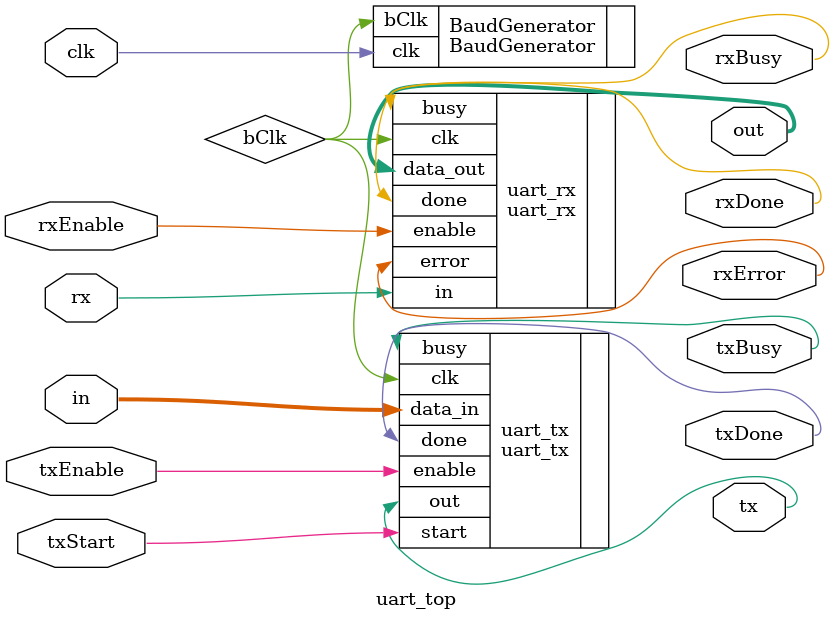
<source format=v>
`timescale 1ns / 1ps


module uart_top(

input clk,

/////////// tx //////////////////
input         txEnable,
input         txStart,
input  [7:0]  in,
output        tx,
output        txDone,
output        txBusy,

/////////// rx //////////////////

input          rxEnable,
input          rx,
output  [7:0]  out,
output         rxDone,
output         rxError,
output         rxBusy

    );
    
wire bClk;

uart_tx uart_tx
(
 .clk       (bClk),
 .enable    (txEnable),
 .data_in   (in),
 .start     (txStart),
 .out       (tx),
 .done      (txDone),
 .busy      (txBusy)
);

uart_rx uart_rx
(
 .clk       (bClk),
 .enable    (rxEnable),
 .in        (rx),
 .data_out  (out),
 .done      (rxDone),
 .busy      (rxBusy),
 .error     (rxError)
);

BaudGenerator   BaudGenerator
(
 .clk       (clk),
 .bClk      (bClk)
);

endmodule

</source>
